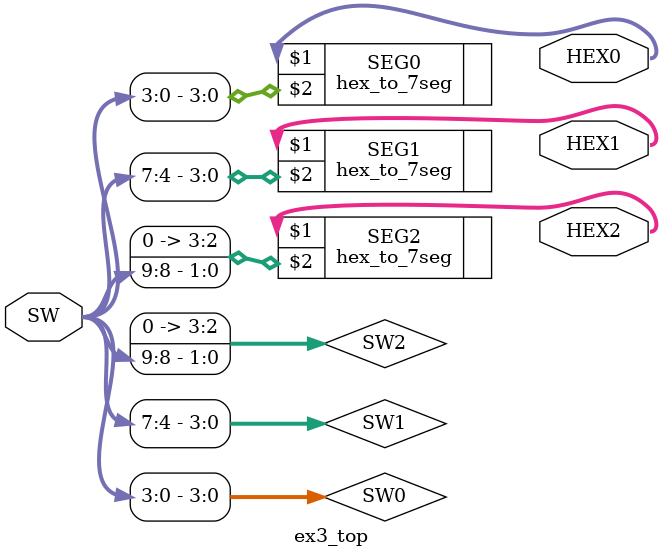
<source format=v>

module ex3_top (
	SW,
	HEX0, HEX1, HEX2
);
	input [9:0] SW;
	output [6:0] HEX0;
	output [6:0] HEX1;
	output [6:0] HEX2;
	
	wire[3:0] SW0;
	wire[3:0] SW1;
	wire[3:0] SW2;
	
	assign SW0 = SW[3:0];
	assign SW1 = SW[7:4];
	assign SW2 = SW[9:8];
	
	hex_to_7seg SEG0 (HEX0, SW0);
	hex_to_7seg SEG1 (HEX1, SW1);
	hex_to_7seg SEG2 (HEX2, SW2);
endmodule

</source>
